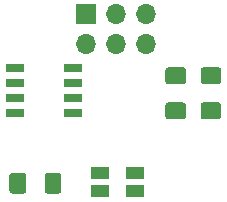
<source format=gbr>
G04 #@! TF.GenerationSoftware,KiCad,Pcbnew,(5.1.2-1)-1*
G04 #@! TF.CreationDate,2019-09-06T23:38:15-06:00*
G04 #@! TF.ProjectId,DC435,44433433-352e-46b6-9963-61645f706362,rev?*
G04 #@! TF.SameCoordinates,Original*
G04 #@! TF.FileFunction,Paste,Bot*
G04 #@! TF.FilePolarity,Positive*
%FSLAX46Y46*%
G04 Gerber Fmt 4.6, Leading zero omitted, Abs format (unit mm)*
G04 Created by KiCad (PCBNEW (5.1.2-1)-1) date 2019-09-06 23:38:15*
%MOMM*%
%LPD*%
G04 APERTURE LIST*
%ADD10R,1.500000X1.100000*%
%ADD11R,1.700000X1.700000*%
%ADD12O,1.700000X1.700000*%
%ADD13C,0.100000*%
%ADD14C,1.425000*%
%ADD15R,1.600000X0.700000*%
G04 APERTURE END LIST*
D10*
X148725760Y-93841000D03*
X151725760Y-93841000D03*
X151725760Y-92341000D03*
X148725760Y-92341000D03*
D11*
X147533360Y-78912720D03*
D12*
X147533360Y-81452720D03*
X150073360Y-78912720D03*
X150073360Y-81452720D03*
X152613360Y-78912720D03*
X152613360Y-81452720D03*
D13*
G36*
X155813024Y-83399204D02*
G01*
X155837293Y-83402804D01*
X155861091Y-83408765D01*
X155884191Y-83417030D01*
X155906369Y-83427520D01*
X155927413Y-83440133D01*
X155947118Y-83454747D01*
X155965297Y-83471223D01*
X155981773Y-83489402D01*
X155996387Y-83509107D01*
X156009000Y-83530151D01*
X156019490Y-83552329D01*
X156027755Y-83575429D01*
X156033716Y-83599227D01*
X156037316Y-83623496D01*
X156038520Y-83648000D01*
X156038520Y-84573000D01*
X156037316Y-84597504D01*
X156033716Y-84621773D01*
X156027755Y-84645571D01*
X156019490Y-84668671D01*
X156009000Y-84690849D01*
X155996387Y-84711893D01*
X155981773Y-84731598D01*
X155965297Y-84749777D01*
X155947118Y-84766253D01*
X155927413Y-84780867D01*
X155906369Y-84793480D01*
X155884191Y-84803970D01*
X155861091Y-84812235D01*
X155837293Y-84818196D01*
X155813024Y-84821796D01*
X155788520Y-84823000D01*
X154538520Y-84823000D01*
X154514016Y-84821796D01*
X154489747Y-84818196D01*
X154465949Y-84812235D01*
X154442849Y-84803970D01*
X154420671Y-84793480D01*
X154399627Y-84780867D01*
X154379922Y-84766253D01*
X154361743Y-84749777D01*
X154345267Y-84731598D01*
X154330653Y-84711893D01*
X154318040Y-84690849D01*
X154307550Y-84668671D01*
X154299285Y-84645571D01*
X154293324Y-84621773D01*
X154289724Y-84597504D01*
X154288520Y-84573000D01*
X154288520Y-83648000D01*
X154289724Y-83623496D01*
X154293324Y-83599227D01*
X154299285Y-83575429D01*
X154307550Y-83552329D01*
X154318040Y-83530151D01*
X154330653Y-83509107D01*
X154345267Y-83489402D01*
X154361743Y-83471223D01*
X154379922Y-83454747D01*
X154399627Y-83440133D01*
X154420671Y-83427520D01*
X154442849Y-83417030D01*
X154465949Y-83408765D01*
X154489747Y-83402804D01*
X154514016Y-83399204D01*
X154538520Y-83398000D01*
X155788520Y-83398000D01*
X155813024Y-83399204D01*
X155813024Y-83399204D01*
G37*
D14*
X155163520Y-84110500D03*
D13*
G36*
X155813024Y-86374204D02*
G01*
X155837293Y-86377804D01*
X155861091Y-86383765D01*
X155884191Y-86392030D01*
X155906369Y-86402520D01*
X155927413Y-86415133D01*
X155947118Y-86429747D01*
X155965297Y-86446223D01*
X155981773Y-86464402D01*
X155996387Y-86484107D01*
X156009000Y-86505151D01*
X156019490Y-86527329D01*
X156027755Y-86550429D01*
X156033716Y-86574227D01*
X156037316Y-86598496D01*
X156038520Y-86623000D01*
X156038520Y-87548000D01*
X156037316Y-87572504D01*
X156033716Y-87596773D01*
X156027755Y-87620571D01*
X156019490Y-87643671D01*
X156009000Y-87665849D01*
X155996387Y-87686893D01*
X155981773Y-87706598D01*
X155965297Y-87724777D01*
X155947118Y-87741253D01*
X155927413Y-87755867D01*
X155906369Y-87768480D01*
X155884191Y-87778970D01*
X155861091Y-87787235D01*
X155837293Y-87793196D01*
X155813024Y-87796796D01*
X155788520Y-87798000D01*
X154538520Y-87798000D01*
X154514016Y-87796796D01*
X154489747Y-87793196D01*
X154465949Y-87787235D01*
X154442849Y-87778970D01*
X154420671Y-87768480D01*
X154399627Y-87755867D01*
X154379922Y-87741253D01*
X154361743Y-87724777D01*
X154345267Y-87706598D01*
X154330653Y-87686893D01*
X154318040Y-87665849D01*
X154307550Y-87643671D01*
X154299285Y-87620571D01*
X154293324Y-87596773D01*
X154289724Y-87572504D01*
X154288520Y-87548000D01*
X154288520Y-86623000D01*
X154289724Y-86598496D01*
X154293324Y-86574227D01*
X154299285Y-86550429D01*
X154307550Y-86527329D01*
X154318040Y-86505151D01*
X154330653Y-86484107D01*
X154345267Y-86464402D01*
X154361743Y-86446223D01*
X154379922Y-86429747D01*
X154399627Y-86415133D01*
X154420671Y-86402520D01*
X154442849Y-86392030D01*
X154465949Y-86383765D01*
X154489747Y-86377804D01*
X154514016Y-86374204D01*
X154538520Y-86373000D01*
X155788520Y-86373000D01*
X155813024Y-86374204D01*
X155813024Y-86374204D01*
G37*
D14*
X155163520Y-87085500D03*
D13*
G36*
X158794984Y-83399204D02*
G01*
X158819253Y-83402804D01*
X158843051Y-83408765D01*
X158866151Y-83417030D01*
X158888329Y-83427520D01*
X158909373Y-83440133D01*
X158929078Y-83454747D01*
X158947257Y-83471223D01*
X158963733Y-83489402D01*
X158978347Y-83509107D01*
X158990960Y-83530151D01*
X159001450Y-83552329D01*
X159009715Y-83575429D01*
X159015676Y-83599227D01*
X159019276Y-83623496D01*
X159020480Y-83648000D01*
X159020480Y-84573000D01*
X159019276Y-84597504D01*
X159015676Y-84621773D01*
X159009715Y-84645571D01*
X159001450Y-84668671D01*
X158990960Y-84690849D01*
X158978347Y-84711893D01*
X158963733Y-84731598D01*
X158947257Y-84749777D01*
X158929078Y-84766253D01*
X158909373Y-84780867D01*
X158888329Y-84793480D01*
X158866151Y-84803970D01*
X158843051Y-84812235D01*
X158819253Y-84818196D01*
X158794984Y-84821796D01*
X158770480Y-84823000D01*
X157520480Y-84823000D01*
X157495976Y-84821796D01*
X157471707Y-84818196D01*
X157447909Y-84812235D01*
X157424809Y-84803970D01*
X157402631Y-84793480D01*
X157381587Y-84780867D01*
X157361882Y-84766253D01*
X157343703Y-84749777D01*
X157327227Y-84731598D01*
X157312613Y-84711893D01*
X157300000Y-84690849D01*
X157289510Y-84668671D01*
X157281245Y-84645571D01*
X157275284Y-84621773D01*
X157271684Y-84597504D01*
X157270480Y-84573000D01*
X157270480Y-83648000D01*
X157271684Y-83623496D01*
X157275284Y-83599227D01*
X157281245Y-83575429D01*
X157289510Y-83552329D01*
X157300000Y-83530151D01*
X157312613Y-83509107D01*
X157327227Y-83489402D01*
X157343703Y-83471223D01*
X157361882Y-83454747D01*
X157381587Y-83440133D01*
X157402631Y-83427520D01*
X157424809Y-83417030D01*
X157447909Y-83408765D01*
X157471707Y-83402804D01*
X157495976Y-83399204D01*
X157520480Y-83398000D01*
X158770480Y-83398000D01*
X158794984Y-83399204D01*
X158794984Y-83399204D01*
G37*
D14*
X158145480Y-84110500D03*
D13*
G36*
X158794984Y-86374204D02*
G01*
X158819253Y-86377804D01*
X158843051Y-86383765D01*
X158866151Y-86392030D01*
X158888329Y-86402520D01*
X158909373Y-86415133D01*
X158929078Y-86429747D01*
X158947257Y-86446223D01*
X158963733Y-86464402D01*
X158978347Y-86484107D01*
X158990960Y-86505151D01*
X159001450Y-86527329D01*
X159009715Y-86550429D01*
X159015676Y-86574227D01*
X159019276Y-86598496D01*
X159020480Y-86623000D01*
X159020480Y-87548000D01*
X159019276Y-87572504D01*
X159015676Y-87596773D01*
X159009715Y-87620571D01*
X159001450Y-87643671D01*
X158990960Y-87665849D01*
X158978347Y-87686893D01*
X158963733Y-87706598D01*
X158947257Y-87724777D01*
X158929078Y-87741253D01*
X158909373Y-87755867D01*
X158888329Y-87768480D01*
X158866151Y-87778970D01*
X158843051Y-87787235D01*
X158819253Y-87793196D01*
X158794984Y-87796796D01*
X158770480Y-87798000D01*
X157520480Y-87798000D01*
X157495976Y-87796796D01*
X157471707Y-87793196D01*
X157447909Y-87787235D01*
X157424809Y-87778970D01*
X157402631Y-87768480D01*
X157381587Y-87755867D01*
X157361882Y-87741253D01*
X157343703Y-87724777D01*
X157327227Y-87706598D01*
X157312613Y-87686893D01*
X157300000Y-87665849D01*
X157289510Y-87643671D01*
X157281245Y-87620571D01*
X157275284Y-87596773D01*
X157271684Y-87572504D01*
X157270480Y-87548000D01*
X157270480Y-86623000D01*
X157271684Y-86598496D01*
X157275284Y-86574227D01*
X157281245Y-86550429D01*
X157289510Y-86527329D01*
X157300000Y-86505151D01*
X157312613Y-86484107D01*
X157327227Y-86464402D01*
X157343703Y-86446223D01*
X157361882Y-86429747D01*
X157381587Y-86415133D01*
X157402631Y-86402520D01*
X157424809Y-86392030D01*
X157447909Y-86383765D01*
X157471707Y-86377804D01*
X157495976Y-86374204D01*
X157520480Y-86373000D01*
X158770480Y-86373000D01*
X158794984Y-86374204D01*
X158794984Y-86374204D01*
G37*
D14*
X158145480Y-87085500D03*
D13*
G36*
X142280904Y-92334044D02*
G01*
X142305173Y-92337644D01*
X142328971Y-92343605D01*
X142352071Y-92351870D01*
X142374249Y-92362360D01*
X142395293Y-92374973D01*
X142414998Y-92389587D01*
X142433177Y-92406063D01*
X142449653Y-92424242D01*
X142464267Y-92443947D01*
X142476880Y-92464991D01*
X142487370Y-92487169D01*
X142495635Y-92510269D01*
X142501596Y-92534067D01*
X142505196Y-92558336D01*
X142506400Y-92582840D01*
X142506400Y-93832840D01*
X142505196Y-93857344D01*
X142501596Y-93881613D01*
X142495635Y-93905411D01*
X142487370Y-93928511D01*
X142476880Y-93950689D01*
X142464267Y-93971733D01*
X142449653Y-93991438D01*
X142433177Y-94009617D01*
X142414998Y-94026093D01*
X142395293Y-94040707D01*
X142374249Y-94053320D01*
X142352071Y-94063810D01*
X142328971Y-94072075D01*
X142305173Y-94078036D01*
X142280904Y-94081636D01*
X142256400Y-94082840D01*
X141331400Y-94082840D01*
X141306896Y-94081636D01*
X141282627Y-94078036D01*
X141258829Y-94072075D01*
X141235729Y-94063810D01*
X141213551Y-94053320D01*
X141192507Y-94040707D01*
X141172802Y-94026093D01*
X141154623Y-94009617D01*
X141138147Y-93991438D01*
X141123533Y-93971733D01*
X141110920Y-93950689D01*
X141100430Y-93928511D01*
X141092165Y-93905411D01*
X141086204Y-93881613D01*
X141082604Y-93857344D01*
X141081400Y-93832840D01*
X141081400Y-92582840D01*
X141082604Y-92558336D01*
X141086204Y-92534067D01*
X141092165Y-92510269D01*
X141100430Y-92487169D01*
X141110920Y-92464991D01*
X141123533Y-92443947D01*
X141138147Y-92424242D01*
X141154623Y-92406063D01*
X141172802Y-92389587D01*
X141192507Y-92374973D01*
X141213551Y-92362360D01*
X141235729Y-92351870D01*
X141258829Y-92343605D01*
X141282627Y-92337644D01*
X141306896Y-92334044D01*
X141331400Y-92332840D01*
X142256400Y-92332840D01*
X142280904Y-92334044D01*
X142280904Y-92334044D01*
G37*
D14*
X141793900Y-93207840D03*
D13*
G36*
X145255904Y-92334044D02*
G01*
X145280173Y-92337644D01*
X145303971Y-92343605D01*
X145327071Y-92351870D01*
X145349249Y-92362360D01*
X145370293Y-92374973D01*
X145389998Y-92389587D01*
X145408177Y-92406063D01*
X145424653Y-92424242D01*
X145439267Y-92443947D01*
X145451880Y-92464991D01*
X145462370Y-92487169D01*
X145470635Y-92510269D01*
X145476596Y-92534067D01*
X145480196Y-92558336D01*
X145481400Y-92582840D01*
X145481400Y-93832840D01*
X145480196Y-93857344D01*
X145476596Y-93881613D01*
X145470635Y-93905411D01*
X145462370Y-93928511D01*
X145451880Y-93950689D01*
X145439267Y-93971733D01*
X145424653Y-93991438D01*
X145408177Y-94009617D01*
X145389998Y-94026093D01*
X145370293Y-94040707D01*
X145349249Y-94053320D01*
X145327071Y-94063810D01*
X145303971Y-94072075D01*
X145280173Y-94078036D01*
X145255904Y-94081636D01*
X145231400Y-94082840D01*
X144306400Y-94082840D01*
X144281896Y-94081636D01*
X144257627Y-94078036D01*
X144233829Y-94072075D01*
X144210729Y-94063810D01*
X144188551Y-94053320D01*
X144167507Y-94040707D01*
X144147802Y-94026093D01*
X144129623Y-94009617D01*
X144113147Y-93991438D01*
X144098533Y-93971733D01*
X144085920Y-93950689D01*
X144075430Y-93928511D01*
X144067165Y-93905411D01*
X144061204Y-93881613D01*
X144057604Y-93857344D01*
X144056400Y-93832840D01*
X144056400Y-92582840D01*
X144057604Y-92558336D01*
X144061204Y-92534067D01*
X144067165Y-92510269D01*
X144075430Y-92487169D01*
X144085920Y-92464991D01*
X144098533Y-92443947D01*
X144113147Y-92424242D01*
X144129623Y-92406063D01*
X144147802Y-92389587D01*
X144167507Y-92374973D01*
X144188551Y-92362360D01*
X144210729Y-92351870D01*
X144233829Y-92343605D01*
X144257627Y-92337644D01*
X144281896Y-92334044D01*
X144306400Y-92332840D01*
X145231400Y-92332840D01*
X145255904Y-92334044D01*
X145255904Y-92334044D01*
G37*
D14*
X144768900Y-93207840D03*
D15*
X141542840Y-83433920D03*
X141542840Y-84703920D03*
X141542840Y-85973920D03*
X141542840Y-87243920D03*
X146472840Y-83433920D03*
X146472840Y-87243920D03*
X146472840Y-84703920D03*
X146472840Y-85973920D03*
M02*

</source>
